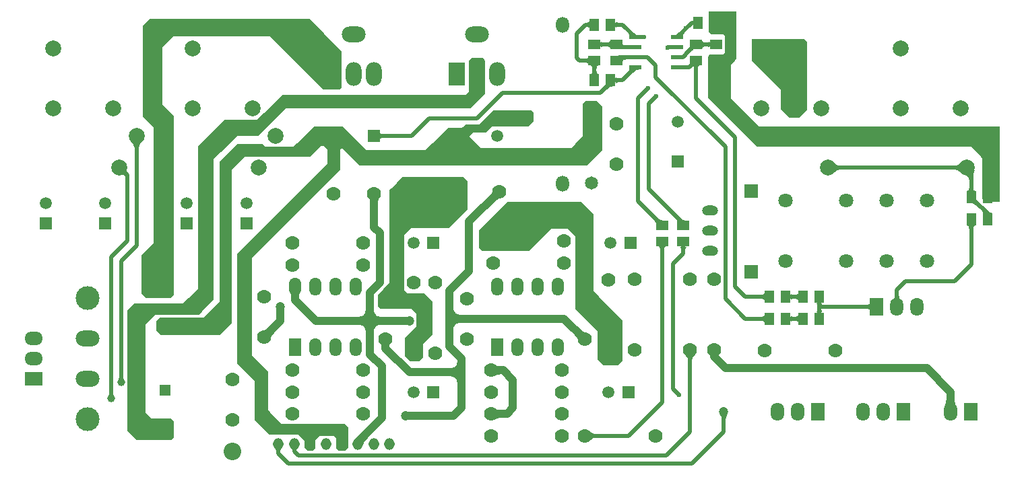
<source format=gtl>
G04 Layer_Physical_Order=1*
G04 Layer_Color=255*
%FSLAX44Y44*%
%MOMM*%
G71*
G01*
G75*
%ADD10R,1.6002X1.2700*%
%ADD11R,1.2700X1.6002*%
%ADD12R,1.5240X0.5080*%
%ADD13C,1.0000*%
%ADD14C,0.5000*%
%ADD15O,1.7000X2.3000*%
%ADD16R,1.7000X2.3000*%
%ADD17O,1.6510X2.2860*%
%ADD18R,1.6510X2.2860*%
%ADD19C,1.7780*%
%ADD20C,2.2098*%
%ADD21R,1.5240X2.2860*%
%ADD22O,1.5240X2.2860*%
%ADD23O,3.0000X2.0000*%
%ADD24R,2.0000X3.0000*%
%ADD25O,2.0000X3.0000*%
%ADD26R,1.5000X1.5000*%
%ADD27C,1.5000*%
%ADD28R,1.5000X1.5000*%
%ADD29R,1.4000X1.4000*%
%ADD30C,1.4000*%
%ADD31C,1.6510*%
%ADD32O,1.6510X2.0320*%
%ADD33O,2.3000X1.7000*%
%ADD34R,2.3000X1.7000*%
%ADD35C,3.0000*%
%ADD36C,2.0000*%
%ADD37O,1.3000X1.5000*%
%ADD38C,1.8000*%
%ADD39O,2.0320X1.2700*%
%ADD40R,1.8000X1.8000*%
%ADD41C,0.6000*%
%ADD42C,1.0000*%
%ADD43C,1.2000*%
G36*
X681051Y-367500D02*
X681001Y-367025D01*
X680850Y-366600D01*
X680598Y-366225D01*
X680246Y-365900D01*
X679793Y-365625D01*
X679240Y-365400D01*
X678586Y-365225D01*
X677831Y-365100D01*
X676976Y-365025D01*
X676021Y-365000D01*
Y-360000D01*
X676976Y-359975D01*
X677831Y-359900D01*
X678586Y-359775D01*
X679240Y-359600D01*
X679793Y-359375D01*
X680246Y-359100D01*
X680598Y-358775D01*
X680850Y-358400D01*
X681001Y-357975D01*
X681051Y-357500D01*
Y-367500D01*
D02*
G37*
G36*
X754685Y-370521D02*
X754260Y-370671D01*
X753885Y-370920D01*
X753560Y-371270D01*
X753285Y-371721D01*
X753060Y-372271D01*
X752885Y-372920D01*
X752760Y-373671D01*
X752685Y-374520D01*
X752660Y-375471D01*
X747660D01*
X747635Y-374520D01*
X747560Y-373671D01*
X747435Y-372920D01*
X747260Y-372271D01*
X747035Y-371721D01*
X746760Y-371270D01*
X746435Y-370920D01*
X746060Y-370671D01*
X745635Y-370521D01*
X745160Y-370471D01*
X755160D01*
X754685Y-370521D01*
D02*
G37*
G36*
X723551Y-367500D02*
X723501Y-367025D01*
X723350Y-366600D01*
X723098Y-366225D01*
X722746Y-365900D01*
X722293Y-365625D01*
X721740Y-365400D01*
X721086Y-365225D01*
X720331Y-365100D01*
X719476Y-365025D01*
X718750Y-365006D01*
X718024Y-365025D01*
X717169Y-365100D01*
X716414Y-365225D01*
X715760Y-365400D01*
X715207Y-365625D01*
X714754Y-365900D01*
X714402Y-366225D01*
X714150Y-366600D01*
X713999Y-367025D01*
X713949Y-367500D01*
Y-357500D01*
X713999Y-357975D01*
X714150Y-358400D01*
X714402Y-358775D01*
X714754Y-359100D01*
X715207Y-359375D01*
X715760Y-359600D01*
X716414Y-359775D01*
X717169Y-359900D01*
X718024Y-359975D01*
X718750Y-359994D01*
X719476Y-359975D01*
X720331Y-359900D01*
X721086Y-359775D01*
X721740Y-359600D01*
X722293Y-359375D01*
X722746Y-359100D01*
X723098Y-358775D01*
X723350Y-358400D01*
X723501Y-357975D01*
X723551Y-357500D01*
Y-367500D01*
D02*
G37*
G36*
X850025Y-360190D02*
X850223Y-362214D01*
X850397Y-363036D01*
X850620Y-363731D01*
X850893Y-364301D01*
X851216Y-364743D01*
X851588Y-365059D01*
X852009Y-365249D01*
X852481Y-365312D01*
X842519D01*
X842991Y-365249D01*
X843412Y-365059D01*
X843784Y-364743D01*
X844107Y-364301D01*
X844380Y-363731D01*
X844603Y-363036D01*
X844777Y-362214D01*
X844901Y-361265D01*
X844975Y-360190D01*
X845000Y-358989D01*
X850000D01*
X850025Y-360190D01*
D02*
G37*
G36*
X723551Y-395000D02*
X723501Y-394525D01*
X723350Y-394100D01*
X723098Y-393725D01*
X722746Y-393400D01*
X722293Y-393125D01*
X721740Y-392900D01*
X721086Y-392725D01*
X720331Y-392600D01*
X719476Y-392525D01*
X718750Y-392506D01*
X718024Y-392525D01*
X717169Y-392600D01*
X716414Y-392725D01*
X715760Y-392900D01*
X715207Y-393125D01*
X714754Y-393400D01*
X714402Y-393725D01*
X714150Y-394100D01*
X713999Y-394525D01*
X713949Y-395000D01*
Y-385000D01*
X713999Y-385475D01*
X714150Y-385900D01*
X714402Y-386275D01*
X714754Y-386600D01*
X715207Y-386875D01*
X715760Y-387100D01*
X716414Y-387275D01*
X717169Y-387400D01*
X718024Y-387475D01*
X718750Y-387494D01*
X719476Y-387475D01*
X720331Y-387400D01*
X721086Y-387275D01*
X721740Y-387100D01*
X722293Y-386875D01*
X722746Y-386600D01*
X723098Y-386275D01*
X723350Y-385900D01*
X723501Y-385475D01*
X723551Y-385000D01*
Y-395000D01*
D02*
G37*
G36*
X681051D02*
X681001Y-394525D01*
X680850Y-394100D01*
X680598Y-393725D01*
X680246Y-393400D01*
X679793Y-393125D01*
X679240Y-392900D01*
X678586Y-392725D01*
X677831Y-392600D01*
X676976Y-392525D01*
X676021Y-392500D01*
Y-387500D01*
X676976Y-387475D01*
X677831Y-387400D01*
X678586Y-387275D01*
X679240Y-387100D01*
X679793Y-386875D01*
X680246Y-386600D01*
X680598Y-386275D01*
X680850Y-385900D01*
X681001Y-385475D01*
X681051Y-385000D01*
Y-395000D01*
D02*
G37*
G36*
X813906Y-380000D02*
X813856Y-379525D01*
X813705Y-379100D01*
X813453Y-378725D01*
X813101Y-378400D01*
X812648Y-378125D01*
X812095Y-377900D01*
X811441Y-377725D01*
X810686Y-377600D01*
X809831Y-377525D01*
X808876Y-377500D01*
Y-372500D01*
X809831Y-372475D01*
X810686Y-372400D01*
X811441Y-372275D01*
X812095Y-372100D01*
X812648Y-371875D01*
X813101Y-371600D01*
X813453Y-371275D01*
X813705Y-370900D01*
X813856Y-370475D01*
X813906Y-370000D01*
Y-380000D01*
D02*
G37*
G36*
X752928Y-376768D02*
X752808Y-379129D01*
X752885Y-379595D01*
X753060Y-380249D01*
X753285Y-380802D01*
X753560Y-381255D01*
X753885Y-381607D01*
X754260Y-381859D01*
X754685Y-382010D01*
X755160Y-382060D01*
X745160D01*
X745635Y-382010D01*
X746060Y-381859D01*
X746435Y-381607D01*
X746760Y-381255D01*
X747035Y-380802D01*
X747260Y-380249D01*
X747435Y-379595D01*
X747560Y-378840D01*
X747635Y-377985D01*
X747660Y-377029D01*
X748513D01*
X747660Y-376000D01*
X750160D01*
X752928Y-376768D01*
D02*
G37*
G36*
X583525Y-299499D02*
X583100Y-299650D01*
X582725Y-299902D01*
X582400Y-300254D01*
X582125Y-300707D01*
X581900Y-301260D01*
X581725Y-301914D01*
X581600Y-302668D01*
X581525Y-303524D01*
X581500Y-304480D01*
X576500D01*
X576475Y-303524D01*
X576400Y-302668D01*
X576275Y-301914D01*
X576100Y-301260D01*
X575875Y-300707D01*
X575600Y-300254D01*
X575275Y-299902D01*
X574900Y-299650D01*
X574475Y-299499D01*
X574000Y-299449D01*
X584000D01*
X583525Y-299499D01*
D02*
G37*
G36*
X960140Y-252734D02*
X962083Y-254431D01*
X962988Y-255120D01*
X963848Y-255704D01*
X964663Y-256181D01*
X965434Y-256552D01*
X966161Y-256817D01*
X966842Y-256976D01*
X967479Y-257029D01*
X954840D01*
X955279Y-256994D01*
X955597Y-256888D01*
X955794Y-256711D01*
X955871Y-256464D01*
X955827Y-256146D01*
X955662Y-255757D01*
X955377Y-255297D01*
X954971Y-254767D01*
X954445Y-254166D01*
X953798Y-253494D01*
X959102Y-251726D01*
X960140Y-252734D01*
D02*
G37*
G36*
X576231Y-263661D02*
X576941Y-264266D01*
X577651Y-264800D01*
X578359Y-265263D01*
X579067Y-265655D01*
X579773Y-265976D01*
X580479Y-266226D01*
X581184Y-266405D01*
X581888Y-266514D01*
X582592Y-266551D01*
X571030Y-266520D01*
X571176Y-266485D01*
X571232Y-266379D01*
X571199Y-266202D01*
X571075Y-265955D01*
X570862Y-265637D01*
X570559Y-265248D01*
X569684Y-264258D01*
X568449Y-262985D01*
X575520D01*
X576231Y-263661D01*
D02*
G37*
G36*
X196391Y-239128D02*
X196183Y-239486D01*
X195999Y-239922D01*
X195840Y-240438D01*
X195706Y-241032D01*
X195596Y-241705D01*
X195449Y-243287D01*
X195400Y-245185D01*
X185400D01*
X185388Y-244197D01*
X185204Y-241705D01*
X185094Y-241032D01*
X184960Y-240438D01*
X184801Y-239922D01*
X184617Y-239486D01*
X184409Y-239128D01*
X184177Y-238849D01*
X196623D01*
X196391Y-239128D01*
D02*
G37*
G36*
X946871Y-237815D02*
X946750Y-238290D01*
X946765Y-238831D01*
X946917Y-239438D01*
X947206Y-240112D01*
X947630Y-240853D01*
X948192Y-241659D01*
X948890Y-242533D01*
X950695Y-244478D01*
X947652Y-248506D01*
X946602Y-247491D01*
X944730Y-245900D01*
X943909Y-245324D01*
X943164Y-244894D01*
X942495Y-244611D01*
X941902Y-244473D01*
X941385Y-244483D01*
X940945Y-244638D01*
X940581Y-244940D01*
X947129Y-237407D01*
X946871Y-237815D01*
D02*
G37*
G36*
X945365Y-273020D02*
X944940Y-273171D01*
X944565Y-273421D01*
X944240Y-273771D01*
X943965Y-274221D01*
X943740Y-274771D01*
X943565Y-275420D01*
X943440Y-276171D01*
X943365Y-277020D01*
X943340Y-277971D01*
X938340D01*
X938315Y-277020D01*
X938240Y-276171D01*
X938115Y-275420D01*
X937940Y-274771D01*
X937715Y-274221D01*
X937440Y-273771D01*
X937115Y-273421D01*
X936740Y-273171D01*
X936315Y-273020D01*
X935840Y-272971D01*
X945840D01*
X945365Y-273020D01*
D02*
G37*
G36*
X557025Y-298999D02*
X556600Y-299150D01*
X556225Y-299402D01*
X555900Y-299754D01*
X555625Y-300207D01*
X555400Y-300760D01*
X555225Y-301414D01*
X555100Y-302169D01*
X555025Y-303024D01*
X555000Y-303979D01*
X550000D01*
X549975Y-303024D01*
X549900Y-302169D01*
X549775Y-301414D01*
X549600Y-300760D01*
X549375Y-300207D01*
X549100Y-299754D01*
X548775Y-299402D01*
X548400Y-299150D01*
X547975Y-298999D01*
X547500Y-298949D01*
X557500D01*
X557025Y-298999D01*
D02*
G37*
G36*
X547135Y-263404D02*
X548878Y-264867D01*
X549668Y-265411D01*
X550402Y-265830D01*
X551082Y-266124D01*
X551707Y-266293D01*
X552276Y-266338D01*
X552791Y-266257D01*
X553251Y-266051D01*
X544560Y-271441D01*
X544914Y-271128D01*
X545110Y-270728D01*
X545148Y-270241D01*
X545028Y-269665D01*
X544750Y-269002D01*
X544315Y-268251D01*
X543721Y-267412D01*
X542970Y-266486D01*
X540994Y-264369D01*
X546180Y-262485D01*
X547135Y-263404D01*
D02*
G37*
G36*
X308000Y-217000D02*
X308000Y-221000D01*
Y-252000D01*
X284000Y-276000D01*
X237000Y-276000D01*
X228000Y-285000D01*
Y-313000D01*
Y-354000D01*
X229000Y-355000D01*
X232000Y-358000D01*
X254000D01*
X258000Y-362000D01*
X264000Y-368000D01*
Y-376000D01*
Y-410000D01*
X252000Y-422000D01*
Y-431000D01*
Y-439000D01*
X250000Y-441000D01*
X247000Y-444000D01*
X236000D01*
X233000Y-441000D01*
X229000Y-437000D01*
Y-434000D01*
Y-415000D01*
X238000Y-406000D01*
X244000Y-400000D01*
Y-400000D01*
Y-384000D01*
X242000Y-382000D01*
X238000Y-378000D01*
X199000D01*
X195000Y-374000D01*
Y-371000D01*
Y-360000D01*
X202000Y-353000D01*
X210000Y-345000D01*
Y-245000D01*
Y-228000D01*
X212000Y-226000D01*
X219000Y-219000D01*
X226000Y-212000D01*
X303000D01*
X308000Y-217000D01*
D02*
G37*
G36*
X290100Y-376900D02*
X290400Y-378600D01*
X290900Y-380100D01*
X291600Y-381400D01*
X292500Y-382500D01*
X293600Y-383400D01*
X294900Y-384100D01*
X296400Y-384600D01*
X298100Y-384900D01*
X300000Y-385000D01*
Y-395000D01*
X298100Y-395100D01*
X296400Y-395400D01*
X294900Y-395900D01*
X293600Y-396600D01*
X292500Y-397500D01*
X291600Y-398600D01*
X290900Y-399900D01*
X290400Y-401400D01*
X290100Y-403100D01*
X290000Y-405000D01*
X280000Y-390000D01*
X290000Y-375000D01*
X290100Y-376900D01*
D02*
G37*
G36*
X344128Y-504009D02*
X344486Y-504217D01*
X344922Y-504401D01*
X345438Y-504560D01*
X346032Y-504694D01*
X346705Y-504804D01*
X348287Y-504951D01*
X350185Y-505000D01*
Y-515000D01*
X349197Y-515012D01*
X346705Y-515196D01*
X346032Y-515306D01*
X345438Y-515440D01*
X344922Y-515599D01*
X344486Y-515783D01*
X344128Y-515991D01*
X343849Y-516223D01*
Y-503777D01*
X344128Y-504009D01*
D02*
G37*
G36*
X633877Y-512132D02*
X633588Y-512509D01*
X633333Y-512914D01*
X633112Y-513348D01*
X632925Y-513810D01*
X632772Y-514302D01*
X632653Y-514822D01*
X632568Y-515371D01*
X632517Y-515948D01*
X632500Y-516554D01*
X627500D01*
X627483Y-515948D01*
X627432Y-515371D01*
X627347Y-514822D01*
X627228Y-514302D01*
X627075Y-513810D01*
X626888Y-513348D01*
X626667Y-512914D01*
X626412Y-512509D01*
X626123Y-512132D01*
X625800Y-511785D01*
X634200D01*
X633877Y-512132D01*
D02*
G37*
G36*
X-137490Y-483208D02*
X-137410Y-484175D01*
X-137340Y-484605D01*
X-137250Y-484999D01*
X-137140Y-485357D01*
X-137010Y-485679D01*
X-136860Y-485965D01*
X-136690Y-486215D01*
X-136500Y-486429D01*
X-143500D01*
X-143310Y-486215D01*
X-143140Y-485965D01*
X-142990Y-485679D01*
X-142860Y-485357D01*
X-142750Y-484999D01*
X-142660Y-484605D01*
X-142590Y-484175D01*
X-142540Y-483710D01*
X-142500Y-482670D01*
X-137500D01*
X-137490Y-483208D01*
D02*
G37*
G36*
X919829Y-489266D02*
X920058Y-492332D01*
X920258Y-493778D01*
X920831Y-496497D01*
X921203Y-497770D01*
X921632Y-498985D01*
X922119Y-500143D01*
X922663Y-501243D01*
X906937D01*
X907481Y-500143D01*
X907968Y-498985D01*
X908397Y-497770D01*
X908770Y-496497D01*
X909342Y-493778D01*
X909542Y-492332D01*
X909771Y-489266D01*
X909800Y-487647D01*
X919800D01*
X919829Y-489266D01*
D02*
G37*
G36*
X183489Y-538583D02*
X182217Y-539895D01*
X180048Y-542390D01*
X179150Y-543573D01*
X178377Y-544713D01*
X177728Y-545810D01*
X177203Y-546864D01*
X176803Y-547875D01*
X176527Y-548843D01*
X176376Y-549768D01*
X167512Y-540494D01*
X167561Y-540430D01*
X167753Y-540225D01*
X174417Y-533512D01*
X183489Y-538583D01*
D02*
G37*
G36*
X74505Y-552656D02*
X74084Y-552864D01*
X73713Y-553209D01*
X73391Y-553693D01*
X73119Y-554315D01*
X72896Y-555075D01*
X72723Y-555974D01*
X72599Y-557011D01*
X72525Y-558186D01*
X72500Y-559499D01*
X67500D01*
X67475Y-558186D01*
X67277Y-555974D01*
X67104Y-555075D01*
X66881Y-554315D01*
X66609Y-553693D01*
X66287Y-553209D01*
X65916Y-552864D01*
X65495Y-552656D01*
X65024Y-552587D01*
X74976D01*
X74505Y-552656D01*
D02*
G37*
G36*
X329000Y-64000D02*
X330000Y-65000D01*
Y-71000D01*
Y-107000D01*
X325000Y-112000D01*
X312000Y-125000D01*
X80000D01*
X59000Y-146000D01*
X45000Y-160000D01*
X18000D01*
X-2000Y-180000D01*
X-11000Y-189000D01*
Y-203000D01*
Y-366000D01*
X-26000Y-381000D01*
X-30000Y-385000D01*
X-85000D01*
X-92000Y-392000D01*
X-97000Y-397000D01*
Y-452000D01*
Y-508000D01*
X-92000Y-513000D01*
X-89000Y-516000D01*
X-65000D01*
X-61000Y-520000D01*
Y-539000D01*
X-65000Y-543000D01*
X-108000D01*
X-118000Y-533000D01*
X-120000Y-531000D01*
Y-478000D01*
Y-470798D01*
X-119895Y-470000D01*
X-120000Y-469202D01*
Y-380000D01*
X-112000Y-372000D01*
X-111000Y-371000D01*
X-50000D01*
X-43000Y-364000D01*
X-31000Y-352000D01*
Y-180000D01*
Y-173000D01*
X1000Y-141000D01*
X2000Y-140000D01*
X43000D01*
X52000Y-131000D01*
X75000Y-108000D01*
X306000D01*
X310000Y-104000D01*
Y-75000D01*
Y-65000D01*
X313000Y-62000D01*
X327000D01*
X329000Y-64000D01*
D02*
G37*
G36*
X462081Y-531984D02*
X462817Y-532617D01*
X463558Y-533176D01*
X464303Y-533660D01*
X465052Y-534069D01*
X465806Y-534404D01*
X466564Y-534665D01*
X467327Y-534851D01*
X468094Y-534963D01*
X468865Y-535000D01*
Y-540000D01*
X468094Y-540037D01*
X467327Y-540149D01*
X466564Y-540335D01*
X465806Y-540596D01*
X465052Y-540931D01*
X464303Y-541340D01*
X463558Y-541824D01*
X462817Y-542383D01*
X462081Y-543016D01*
X461349Y-543723D01*
Y-531277D01*
X462081Y-531984D01*
D02*
G37*
G36*
X305000Y-457500D02*
X295000Y-472500D01*
X294900Y-470600D01*
X294600Y-468900D01*
X294100Y-467400D01*
X293400Y-466100D01*
X292500Y-465000D01*
X291400Y-464100D01*
X290100Y-463400D01*
X288600Y-462900D01*
X286900Y-462600D01*
X285000Y-462500D01*
Y-452500D01*
X286900Y-452400D01*
X288600Y-452100D01*
X290100Y-451600D01*
X291400Y-450900D01*
X292500Y-450000D01*
X293400Y-448900D01*
X294100Y-447600D01*
X294600Y-446100D01*
X294900Y-444400D01*
X295000Y-442500D01*
X305000Y-457500D01*
D02*
G37*
G36*
X450273Y-403985D02*
X452165Y-405617D01*
X452719Y-406015D01*
X453234Y-406340D01*
X453711Y-406592D01*
X454149Y-406771D01*
X454549Y-406877D01*
X454911Y-406911D01*
X446110Y-415711D01*
X446077Y-415349D01*
X445971Y-414949D01*
X445792Y-414511D01*
X445540Y-414034D01*
X445215Y-413519D01*
X444817Y-412965D01*
X443802Y-411742D01*
X442495Y-410366D01*
X449566Y-403295D01*
X450273Y-403985D01*
D02*
G37*
G36*
X593016Y-435981D02*
X592383Y-436717D01*
X591824Y-437458D01*
X591340Y-438203D01*
X590931Y-438952D01*
X590596Y-439706D01*
X590335Y-440465D01*
X590149Y-441227D01*
X590037Y-441994D01*
X590000Y-442765D01*
X585000D01*
X584963Y-441994D01*
X584851Y-441227D01*
X584665Y-440465D01*
X584404Y-439706D01*
X584069Y-438952D01*
X583660Y-438203D01*
X583176Y-437458D01*
X582617Y-436717D01*
X581984Y-435981D01*
X581277Y-435249D01*
X593723D01*
X593016Y-435981D01*
D02*
G37*
G36*
X190100Y-379400D02*
X190400Y-381100D01*
X190900Y-382600D01*
X191600Y-383900D01*
X192500Y-385000D01*
X193600Y-385900D01*
X194900Y-386600D01*
X196400Y-387100D01*
X198100Y-387400D01*
X200000Y-387500D01*
Y-397500D01*
X198100Y-397600D01*
X196400Y-397900D01*
X194900Y-398400D01*
X193600Y-399100D01*
X192500Y-400000D01*
X191600Y-401100D01*
X190900Y-402400D01*
X190400Y-403900D01*
X190100Y-405600D01*
X190000Y-407500D01*
X180000D01*
X179900Y-405600D01*
X179600Y-403900D01*
X179100Y-402400D01*
X178400Y-401100D01*
X177500Y-400000D01*
X176400Y-399100D01*
X175100Y-398400D01*
X173600Y-397900D01*
X171900Y-397600D01*
X170000Y-397500D01*
Y-387500D01*
X171900Y-387400D01*
X173600Y-387100D01*
X175100Y-386600D01*
X176400Y-385900D01*
X177500Y-385000D01*
X178400Y-383900D01*
X179100Y-382600D01*
X179600Y-381100D01*
X179900Y-379400D01*
X180000Y-377500D01*
X190000D01*
X190100Y-379400D01*
D02*
G37*
G36*
X65005Y-407866D02*
X64315Y-408573D01*
X62683Y-410465D01*
X62285Y-411019D01*
X61960Y-411534D01*
X61708Y-412011D01*
X61529Y-412449D01*
X61423Y-412849D01*
X61389Y-413211D01*
X52589Y-404411D01*
X52951Y-404377D01*
X53351Y-404271D01*
X53789Y-404092D01*
X54266Y-403840D01*
X54781Y-403515D01*
X55335Y-403117D01*
X56558Y-402102D01*
X57934Y-400795D01*
X65005Y-407866D01*
D02*
G37*
G36*
X344128Y-449009D02*
X344486Y-449217D01*
X344922Y-449401D01*
X345438Y-449560D01*
X346032Y-449694D01*
X346705Y-449804D01*
X348287Y-449951D01*
X350185Y-450000D01*
Y-460000D01*
X349197Y-460012D01*
X346705Y-460196D01*
X346032Y-460306D01*
X345438Y-460440D01*
X344922Y-460599D01*
X344486Y-460783D01*
X344128Y-460991D01*
X343849Y-461223D01*
Y-448777D01*
X344128Y-449009D01*
D02*
G37*
G36*
X-124990Y-463208D02*
X-124910Y-464175D01*
X-124840Y-464605D01*
X-124750Y-464999D01*
X-124640Y-465357D01*
X-124510Y-465679D01*
X-124360Y-465965D01*
X-124190Y-466215D01*
X-124000Y-466429D01*
X-131000D01*
X-130810Y-466215D01*
X-130640Y-465965D01*
X-130490Y-465679D01*
X-130360Y-465357D01*
X-130250Y-464999D01*
X-130160Y-464605D01*
X-130090Y-464175D01*
X-130040Y-463710D01*
X-130000Y-462670D01*
X-125000D01*
X-124990Y-463208D01*
D02*
G37*
G36*
X623793Y-435258D02*
X623754Y-435526D01*
X623807Y-435850D01*
X623951Y-436230D01*
X624188Y-436665D01*
X624516Y-437156D01*
X624936Y-437702D01*
X626051Y-438962D01*
X626747Y-439676D01*
X618022Y-445093D01*
X612388Y-436173D01*
X623924Y-435046D01*
X623793Y-435258D01*
D02*
G37*
G36*
X459000Y-251000D02*
X466000Y-258000D01*
Y-283000D01*
Y-355000D01*
X473000Y-362000D01*
X503000Y-392000D01*
Y-436000D01*
Y-443000D01*
X498000Y-448000D01*
X497000Y-449000D01*
X479000D01*
X475000Y-445000D01*
X471000Y-441000D01*
Y-421000D01*
Y-406000D01*
X460000Y-395000D01*
X443000Y-378000D01*
Y-317000D01*
Y-286000D01*
X435000Y-278000D01*
X434000Y-277000D01*
X413000D01*
X402000Y-288000D01*
X385000Y-305000D01*
X326000D01*
X322000Y-301000D01*
Y-279000D01*
X326000Y-275000D01*
Y-275000D01*
X345000Y-256000D01*
X358000Y-243000D01*
X451000D01*
X459000Y-251000D01*
D02*
G37*
G36*
X583727Y-59649D02*
X582757Y-60609D01*
X579084Y-63855D01*
X578829Y-63976D01*
X578676Y-63978D01*
X578624Y-63860D01*
X574330Y-58871D01*
X574647Y-59144D01*
X575024Y-59294D01*
X575461Y-59323D01*
X575957Y-59230D01*
X576513Y-59015D01*
X577129Y-58679D01*
X577805Y-58220D01*
X578541Y-57640D01*
X579336Y-56937D01*
X580191Y-56113D01*
X583727Y-59649D01*
D02*
G37*
G36*
X531554Y-58850D02*
Y-63850D01*
X526554Y-63860D01*
Y-58840D01*
X531554Y-58850D01*
D02*
G37*
G36*
X563446Y-51160D02*
X559350Y-51150D01*
Y-46150D01*
X563446Y-46140D01*
Y-51160D01*
D02*
G37*
G36*
X503021Y-44125D02*
X503171Y-44550D01*
X503420Y-44925D01*
X503770Y-45250D01*
X504221Y-45525D01*
X504771Y-45750D01*
X505420Y-45925D01*
X506171Y-46050D01*
X507020Y-46125D01*
X507863Y-46147D01*
X511376Y-46140D01*
Y-51160D01*
X507172Y-51151D01*
X502971Y-51160D01*
Y-43650D01*
X503021Y-44125D01*
D02*
G37*
G36*
X593821Y-71449D02*
X600000D01*
X599525Y-71499D01*
X599100Y-71650D01*
X598725Y-71902D01*
X598400Y-72254D01*
X598125Y-72707D01*
X597900Y-73260D01*
X597725Y-73914D01*
X597600Y-74668D01*
X597525Y-75524D01*
X597500Y-76480D01*
X592500D01*
X592475Y-75524D01*
X592400Y-74668D01*
X592275Y-73914D01*
X592100Y-73260D01*
X591875Y-72707D01*
X591653Y-72342D01*
X591471Y-72477D01*
X590198Y-73561D01*
X588680Y-75015D01*
X584342Y-72282D01*
X585046Y-71563D01*
X586582Y-69791D01*
X586902Y-69329D01*
X587125Y-68932D01*
X587253Y-68600D01*
X587285Y-68332D01*
X587220Y-68128D01*
X587060Y-67990D01*
X593821Y-71449D01*
D02*
G37*
G36*
X472025Y-71499D02*
X471600Y-71650D01*
X471225Y-71902D01*
X470900Y-72254D01*
X470625Y-72707D01*
X470400Y-73260D01*
X470225Y-73914D01*
X470100Y-74668D01*
X470025Y-75524D01*
X470000Y-76480D01*
X465000D01*
X464975Y-75524D01*
X464900Y-74668D01*
X464775Y-73914D01*
X464600Y-73260D01*
X464375Y-72707D01*
X464100Y-72254D01*
X463775Y-71902D01*
X463400Y-71650D01*
X462975Y-71499D01*
X462500Y-71449D01*
X472500D01*
X472025Y-71499D01*
D02*
G37*
G36*
X507174Y-58849D02*
X511376Y-58840D01*
Y-63860D01*
X507863Y-63853D01*
X507020Y-63875D01*
X506171Y-63950D01*
X505420Y-64075D01*
X504771Y-64250D01*
X504221Y-64475D01*
X503770Y-64750D01*
X503420Y-65075D01*
X503171Y-65450D01*
X503021Y-65875D01*
X502971Y-66350D01*
Y-58840D01*
X507174Y-58849D01*
D02*
G37*
G36*
X459560Y-70160D02*
X459510Y-69685D01*
X459359Y-69260D01*
X459107Y-68885D01*
X458755Y-68560D01*
X458302Y-68285D01*
X457749Y-68060D01*
X457095Y-67885D01*
X456340Y-67760D01*
X455485Y-67685D01*
X454529Y-67660D01*
Y-62660D01*
X455485Y-62635D01*
X456340Y-62560D01*
X457095Y-62435D01*
X457749Y-62260D01*
X458302Y-62035D01*
X458755Y-61760D01*
X459107Y-61435D01*
X459359Y-61060D01*
X459510Y-60635D01*
X459560Y-60160D01*
Y-70160D01*
D02*
G37*
G36*
X594593Y-51129D02*
X594185Y-50871D01*
X593710Y-50750D01*
X593169Y-50765D01*
X592561Y-50917D01*
X591888Y-51206D01*
X591147Y-51630D01*
X590341Y-52192D01*
X589467Y-52890D01*
X587522Y-54695D01*
X583494Y-51652D01*
X584509Y-50602D01*
X586100Y-48730D01*
X586676Y-47909D01*
X587106Y-47164D01*
X587389Y-46495D01*
X587527Y-45902D01*
X587517Y-45385D01*
X587362Y-44945D01*
X587060Y-44581D01*
X594593Y-51129D01*
D02*
G37*
G36*
X580237Y-30299D02*
X579600Y-31059D01*
X579341Y-31426D01*
X579122Y-31784D01*
X578943Y-32133D01*
X578804Y-32474D01*
X578704Y-32805D01*
X578644Y-33127D01*
X578624Y-33440D01*
X566474Y-33471D01*
X567177Y-33434D01*
X567881Y-33326D01*
X568586Y-33146D01*
X569291Y-32896D01*
X569998Y-32575D01*
X570706Y-32183D01*
X571414Y-31720D01*
X572123Y-31186D01*
X572834Y-30581D01*
X573545Y-29905D01*
X580616D01*
X580237Y-30299D01*
D02*
G37*
G36*
X517166Y-30581D02*
X517877Y-31186D01*
X518586Y-31720D01*
X519294Y-32183D01*
X520002Y-32575D01*
X520709Y-32896D01*
X521414Y-33146D01*
X522119Y-33326D01*
X522823Y-33434D01*
X523526Y-33471D01*
X511376Y-33440D01*
X511356Y-33127D01*
X511296Y-32805D01*
X511196Y-32474D01*
X511057Y-32133D01*
X510878Y-31784D01*
X510659Y-31426D01*
X510400Y-31059D01*
X510101Y-30684D01*
X509384Y-29905D01*
X516455D01*
X517166Y-30581D01*
D02*
G37*
G36*
X493999Y-15475D02*
X494150Y-15900D01*
X494402Y-16275D01*
X494754Y-16600D01*
X495207Y-16875D01*
X495760Y-17100D01*
X496414Y-17275D01*
X497169Y-17400D01*
X498024Y-17475D01*
X498979Y-17500D01*
Y-22500D01*
X498024Y-22525D01*
X497169Y-22600D01*
X496414Y-22725D01*
X495760Y-22900D01*
X495207Y-23125D01*
X494754Y-23400D01*
X494402Y-23725D01*
X494150Y-24100D01*
X493999Y-24525D01*
X493949Y-25000D01*
Y-15000D01*
X493999Y-15475D01*
D02*
G37*
G36*
X461051Y-25000D02*
X461001Y-24525D01*
X460850Y-24100D01*
X460598Y-23725D01*
X460246Y-23400D01*
X459793Y-23125D01*
X459240Y-22900D01*
X458586Y-22725D01*
X457831Y-22600D01*
X456976Y-22525D01*
X456021Y-22500D01*
Y-17500D01*
X456976Y-17475D01*
X457831Y-17400D01*
X458586Y-17275D01*
X459240Y-17100D01*
X459793Y-16875D01*
X460246Y-16600D01*
X460598Y-16275D01*
X460850Y-15900D01*
X461001Y-15475D01*
X461051Y-15000D01*
Y-25000D01*
D02*
G37*
G36*
X487060Y-49840D02*
X487010Y-49365D01*
X486859Y-48940D01*
X486607Y-48565D01*
X486255Y-48240D01*
X485802Y-47965D01*
X485249Y-47740D01*
X484595Y-47565D01*
X483840Y-47440D01*
X482985Y-47365D01*
X482029Y-47340D01*
Y-42340D01*
X482985Y-42315D01*
X483840Y-42240D01*
X484595Y-42115D01*
X485249Y-41940D01*
X485802Y-41715D01*
X486255Y-41440D01*
X486607Y-41115D01*
X486859Y-40740D01*
X487010Y-40315D01*
X487060Y-39840D01*
Y-49840D01*
D02*
G37*
G36*
X475521Y-40315D02*
X475671Y-40740D01*
X475920Y-41115D01*
X476270Y-41440D01*
X476721Y-41715D01*
X477271Y-41940D01*
X477920Y-42115D01*
X478671Y-42240D01*
X479520Y-42315D01*
X480471Y-42340D01*
Y-47340D01*
X479520Y-47365D01*
X478671Y-47440D01*
X477920Y-47565D01*
X477271Y-47740D01*
X476721Y-47965D01*
X476270Y-48240D01*
X475920Y-48565D01*
X475671Y-48940D01*
X475521Y-49365D01*
X475471Y-49840D01*
Y-39840D01*
X475521Y-40315D01*
D02*
G37*
G36*
X529950Y-33450D02*
Y-38450D01*
X526554Y-38459D01*
Y-33440D01*
X529950Y-33450D01*
D02*
G37*
G36*
X612060Y-49840D02*
X612010Y-49365D01*
X611859Y-48940D01*
X611607Y-48565D01*
X611255Y-48240D01*
X610802Y-47965D01*
X610249Y-47740D01*
X609595Y-47565D01*
X608840Y-47440D01*
X607985Y-47365D01*
X607501Y-47352D01*
X607020Y-47365D01*
X606171Y-47440D01*
X605420Y-47565D01*
X604771Y-47740D01*
X604221Y-47965D01*
X603770Y-48240D01*
X603420Y-48565D01*
X603171Y-48940D01*
X603021Y-49365D01*
X602971Y-49840D01*
Y-39840D01*
X603021Y-40315D01*
X603171Y-40740D01*
X603420Y-41115D01*
X603770Y-41440D01*
X604221Y-41715D01*
X604771Y-41940D01*
X605420Y-42115D01*
X606171Y-42240D01*
X607020Y-42315D01*
X607501Y-42328D01*
X607985Y-42315D01*
X608840Y-42240D01*
X609595Y-42115D01*
X610249Y-41940D01*
X610802Y-41715D01*
X611255Y-41440D01*
X611607Y-41115D01*
X611859Y-40740D01*
X612010Y-40315D01*
X612060Y-39840D01*
Y-49840D01*
D02*
G37*
G36*
X928359Y-207000D02*
X927479Y-206145D01*
X925737Y-204705D01*
X924875Y-204120D01*
X924018Y-203625D01*
X923167Y-203220D01*
X922321Y-202905D01*
X921481Y-202680D01*
X920646Y-202545D01*
X919818Y-202500D01*
Y-197500D01*
X920646Y-197455D01*
X921481Y-197320D01*
X922321Y-197095D01*
X923167Y-196780D01*
X924018Y-196375D01*
X924875Y-195880D01*
X925737Y-195295D01*
X926606Y-194620D01*
X927479Y-193855D01*
X928359Y-193000D01*
Y-207000D01*
D02*
G37*
G36*
X768521Y-193855D02*
X770263Y-195295D01*
X771125Y-195880D01*
X771982Y-196375D01*
X772833Y-196780D01*
X773679Y-197095D01*
X774519Y-197320D01*
X775354Y-197455D01*
X776182Y-197500D01*
Y-202500D01*
X775354Y-202545D01*
X774519Y-202680D01*
X773679Y-202905D01*
X772833Y-203220D01*
X771982Y-203625D01*
X771125Y-204120D01*
X770263Y-204705D01*
X769395Y-205380D01*
X768521Y-206145D01*
X767641Y-207000D01*
Y-193000D01*
X768521Y-193855D01*
D02*
G37*
G36*
X471000Y-117000D02*
X477000Y-123000D01*
Y-134000D01*
Y-178000D01*
X471000Y-184000D01*
X458000Y-197000D01*
X172000D01*
X163000Y-188000D01*
X151000Y-176000D01*
X149000D01*
X148000Y-177000D01*
Y-203000D01*
X56000Y-295000D01*
X37000Y-314000D01*
Y-399000D01*
Y-436000D01*
X57000Y-456000D01*
Y-487000D01*
Y-505000D01*
X60000Y-508000D01*
X74000Y-522000D01*
X153000D01*
X158000Y-527000D01*
Y-543000D01*
Y-552000D01*
X154000Y-556000D01*
X146000D01*
X143000Y-553000D01*
Y-541000D01*
X140000Y-538000D01*
X133102D01*
X132360Y-537693D01*
X130000Y-537382D01*
X127640Y-537693D01*
X126898Y-538000D01*
X122000D01*
X117000Y-543000D01*
Y-553000D01*
X114000Y-556000D01*
X107000D01*
X103000Y-552000D01*
Y-544000D01*
X95000Y-536000D01*
X59000D01*
X57000Y-534000D01*
X40000Y-517000D01*
Y-500000D01*
Y-468000D01*
X22000Y-450000D01*
X18000Y-446000D01*
Y-356000D01*
Y-309000D01*
X127000Y-200000D01*
X132000Y-195000D01*
Y-184000D01*
Y-177000D01*
X128000Y-173000D01*
X123000D01*
X120000Y-176000D01*
X110000Y-186000D01*
X28000D01*
X23000Y-191000D01*
X12000Y-202000D01*
Y-367000D01*
Y-395000D01*
X7000Y-400000D01*
X-4000Y-411000D01*
X-77000D01*
X-81000Y-407000D01*
X-83000Y-405000D01*
Y-393000D01*
X-79000Y-389000D01*
X-24000D01*
X-22000Y-387000D01*
X-4000Y-369000D01*
Y-227000D01*
Y-193000D01*
X1000Y-188000D01*
X19000Y-170000D01*
X50000D01*
X51000Y-171000D01*
X54000Y-174000D01*
X89000D01*
X94000Y-169000D01*
X115000Y-148000D01*
X151000D01*
X154000Y-151000D01*
X181000Y-178000D01*
X255000D01*
X264000Y-169000D01*
X283000Y-150000D01*
X301000D01*
X305000Y-146000D01*
X322000D01*
X329000Y-139000D01*
X340000Y-128000D01*
X388000D01*
X391000Y-131000D01*
Y-141000D01*
X384000Y-148000D01*
X339000D01*
X331000Y-156000D01*
X315000D01*
X310500Y-160500D01*
X325000Y-175000D01*
X438000D01*
X443000Y-170000D01*
X453000Y-160000D01*
Y-128000D01*
Y-119000D01*
X454000Y-118000D01*
X456000Y-116000D01*
X470000D01*
X471000Y-117000D01*
D02*
G37*
G36*
X-101855Y-168021D02*
X-103295Y-169763D01*
X-103880Y-170625D01*
X-104375Y-171482D01*
X-104780Y-172333D01*
X-105095Y-173179D01*
X-105320Y-174019D01*
X-105455Y-174854D01*
X-105500Y-175683D01*
X-110500D01*
X-110545Y-174854D01*
X-110680Y-174019D01*
X-110905Y-173179D01*
X-111220Y-172333D01*
X-111625Y-171482D01*
X-112120Y-170625D01*
X-112705Y-169763D01*
X-113380Y-168895D01*
X-114145Y-168021D01*
X-115000Y-167141D01*
X-101000D01*
X-101855Y-168021D01*
D02*
G37*
G36*
X-120276Y-203961D02*
X-120302Y-204298D01*
X-120264Y-204656D01*
X-120163Y-205034D01*
X-119999Y-205433D01*
X-119772Y-205852D01*
X-119481Y-206291D01*
X-119128Y-206751D01*
X-118712Y-207231D01*
X-118232Y-207732D01*
X-121768Y-211268D01*
X-122269Y-210788D01*
X-123209Y-210019D01*
X-123648Y-209728D01*
X-124067Y-209501D01*
X-124466Y-209337D01*
X-124844Y-209236D01*
X-125202Y-209198D01*
X-125539Y-209224D01*
X-125855Y-209312D01*
X-120188Y-203645D01*
X-120276Y-203961D01*
D02*
G37*
G36*
X347811Y-238890D02*
X347449Y-238923D01*
X347049Y-239029D01*
X346611Y-239208D01*
X346134Y-239460D01*
X345619Y-239785D01*
X345065Y-240183D01*
X343842Y-241198D01*
X342466Y-242505D01*
X335395Y-235434D01*
X336085Y-234727D01*
X337717Y-232835D01*
X338115Y-232281D01*
X338440Y-231766D01*
X338692Y-231289D01*
X338871Y-230851D01*
X338977Y-230451D01*
X339010Y-230089D01*
X347811Y-238890D01*
D02*
G37*
G36*
X646000Y-63000D02*
X644000Y-65000D01*
X639000Y-70000D01*
Y-78000D01*
Y-113000D01*
X674000Y-148000D01*
X976900D01*
Y-243000D01*
X959000D01*
X955000Y-239000D01*
Y-237000D01*
Y-188000D01*
X953000Y-186000D01*
X941000Y-174000D01*
X672000D01*
X622000Y-124000D01*
X610000Y-112000D01*
Y-108000D01*
Y-60000D01*
X611000Y-59000D01*
X612000Y-58000D01*
X629000D01*
X630000Y-57000D01*
X631000Y-56000D01*
Y-54000D01*
Y-34000D01*
X629000Y-32000D01*
X614000D01*
X612000Y-30000D01*
X611000Y-29000D01*
Y-28000D01*
Y-3100D01*
X646000D01*
Y-63000D01*
D02*
G37*
G36*
X944747Y-204012D02*
X943618Y-209011D01*
X943496Y-209877D01*
X943357Y-211475D01*
X943340Y-212208D01*
X938340Y-215588D01*
X938291Y-214676D01*
X938142Y-213836D01*
X937895Y-213071D01*
X937549Y-212379D01*
X937104Y-211761D01*
X936560Y-211217D01*
X935917Y-210746D01*
X935175Y-210349D01*
X934335Y-210026D01*
X933395Y-209776D01*
X945077Y-202878D01*
X944747Y-204012D01*
D02*
G37*
G36*
X943365Y-224985D02*
X943440Y-225840D01*
X943565Y-226595D01*
X943740Y-227249D01*
X943965Y-227802D01*
X944240Y-228255D01*
X944565Y-228607D01*
X944940Y-228859D01*
X945365Y-229010D01*
X945840Y-229060D01*
X935840D01*
X936315Y-229010D01*
X936740Y-228859D01*
X937115Y-228607D01*
X937440Y-228255D01*
X937715Y-227802D01*
X937940Y-227249D01*
X938115Y-226595D01*
X938240Y-225840D01*
X938315Y-224985D01*
X938340Y-224030D01*
X943340D01*
X943365Y-224985D01*
D02*
G37*
G36*
X470025Y-77979D02*
X470100Y-78829D01*
X470225Y-79580D01*
X470400Y-80230D01*
X470625Y-80779D01*
X470900Y-81229D01*
X471225Y-81580D01*
X471600Y-81830D01*
X472025Y-81980D01*
X472500Y-82029D01*
X462500D01*
X462975Y-81980D01*
X463400Y-81830D01*
X463775Y-81580D01*
X464100Y-81229D01*
X464375Y-80779D01*
X464600Y-80230D01*
X464775Y-79580D01*
X464900Y-78829D01*
X464975Y-77979D01*
X465000Y-77030D01*
X470000D01*
X470025Y-77979D01*
D02*
G37*
G36*
X493999Y-85475D02*
X494150Y-85900D01*
X494402Y-86275D01*
X494754Y-86600D01*
X495207Y-86875D01*
X495760Y-87100D01*
X496414Y-87275D01*
X497169Y-87400D01*
X498024Y-87475D01*
X498979Y-87500D01*
Y-92500D01*
X498024Y-92525D01*
X497169Y-92600D01*
X496414Y-92725D01*
X495760Y-92900D01*
X495207Y-93125D01*
X494754Y-93400D01*
X494402Y-93725D01*
X494150Y-94100D01*
X493999Y-94525D01*
X493949Y-95000D01*
Y-85000D01*
X493999Y-85475D01*
D02*
G37*
G36*
X583624Y-71550D02*
Y-76550D01*
X578624Y-76560D01*
Y-71540D01*
X583624Y-71550D01*
D02*
G37*
G36*
X522823Y-76566D02*
X522119Y-76674D01*
X521414Y-76854D01*
X520709Y-77104D01*
X520002Y-77425D01*
X519294Y-77817D01*
X518586Y-78280D01*
X517877Y-78814D01*
X517166Y-79419D01*
X516455Y-80095D01*
X509384D01*
X509763Y-79701D01*
X510400Y-78941D01*
X510659Y-78574D01*
X510878Y-78216D01*
X511057Y-77867D01*
X511196Y-77526D01*
X511296Y-77195D01*
X511356Y-76873D01*
X511376Y-76560D01*
X523526Y-76529D01*
X522823Y-76566D01*
D02*
G37*
G36*
X197489Y-155475D02*
X197640Y-155900D01*
X197892Y-156275D01*
X198244Y-156600D01*
X198697Y-156875D01*
X199250Y-157100D01*
X199904Y-157275D01*
X200658Y-157400D01*
X201514Y-157475D01*
X202470Y-157500D01*
Y-162500D01*
X201514Y-162525D01*
X200658Y-162600D01*
X199904Y-162725D01*
X199250Y-162900D01*
X198697Y-163125D01*
X198244Y-163400D01*
X197892Y-163725D01*
X197640Y-164100D01*
X197489Y-164525D01*
X197439Y-165000D01*
Y-155000D01*
X197489Y-155475D01*
D02*
G37*
G36*
X735000Y-42000D02*
Y-110000D01*
Y-127000D01*
X728000Y-134000D01*
X725000Y-137000D01*
X712000D01*
X708000Y-133000D01*
X702000Y-127000D01*
Y-119000D01*
Y-102000D01*
X669000Y-69000D01*
X665000Y-65000D01*
Y-38000D01*
X731000D01*
X735000Y-42000D01*
D02*
G37*
G36*
X490101Y-97940D02*
X489639Y-97736D01*
X489122Y-97656D01*
X488551Y-97702D01*
X487926Y-97871D01*
X487246Y-98166D01*
X486512Y-98584D01*
X485723Y-99128D01*
X484880Y-99796D01*
X483982Y-100589D01*
X483030Y-101506D01*
X477805Y-99660D01*
X478874Y-98556D01*
X480536Y-96613D01*
X481130Y-95773D01*
X481566Y-95022D01*
X481843Y-94359D01*
X481963Y-93784D01*
X481924Y-93298D01*
X481726Y-92899D01*
X481371Y-92589D01*
X490101Y-97940D01*
D02*
G37*
G36*
X128000Y-31000D02*
X150000Y-53000D01*
Y-85000D01*
Y-99000D01*
X147000Y-102000D01*
X127000D01*
X120000Y-95000D01*
X60000Y-35000D01*
X-62000D01*
X-73000Y-46000D01*
X-76000Y-49000D01*
Y-69000D01*
Y-120000D01*
X-66000Y-130000D01*
X-61000Y-135000D01*
Y-191000D01*
Y-360000D01*
X-65000Y-364000D01*
X-96000D01*
X-102000Y-358000D01*
Y-322000D01*
Y-310000D01*
X-95000Y-303000D01*
X-87000Y-295000D01*
Y-154000D01*
Y-149000D01*
X-100000Y-136000D01*
Y-114000D01*
Y-21000D01*
X-93000Y-14000D01*
X-92000Y-13000D01*
X110000D01*
X128000Y-31000D01*
D02*
G37*
%LPC*%
G36*
X593582Y-71389D02*
X593282Y-71421D01*
X593202Y-71449D01*
X593821D01*
X593582Y-71389D01*
D02*
G37*
%LPD*%
D10*
X579000Y-272840D02*
D03*
Y-293160D02*
D03*
X552500Y-272340D02*
D03*
Y-292660D02*
D03*
X595000Y-44840D02*
D03*
Y-65160D02*
D03*
X620000Y-44840D02*
D03*
Y-65160D02*
D03*
X495000Y-44840D02*
D03*
Y-65160D02*
D03*
X467500Y-44840D02*
D03*
Y-65160D02*
D03*
D11*
X961160Y-265000D02*
D03*
X940840D02*
D03*
X750160Y-390000D02*
D03*
X729840D02*
D03*
X961160Y-237000D02*
D03*
X940840D02*
D03*
X467340Y-90000D02*
D03*
X487660D02*
D03*
X707660Y-362500D02*
D03*
X687340D02*
D03*
X617660Y-17500D02*
D03*
X597340D02*
D03*
X707660Y-390000D02*
D03*
X687340D02*
D03*
X750160Y-362500D02*
D03*
X729840D02*
D03*
X487660Y-20000D02*
D03*
X467340D02*
D03*
D12*
X518965Y-74050D02*
D03*
Y-61350D02*
D03*
Y-48650D02*
D03*
Y-35950D02*
D03*
X571035D02*
D03*
Y-48650D02*
D03*
Y-61350D02*
D03*
Y-74050D02*
D03*
D13*
X197500Y-345000D02*
Y-282000D01*
X190400Y-274900D02*
Y-232500D01*
Y-274900D02*
X197500Y-282000D01*
X185000Y-357500D02*
X197500Y-345000D01*
X70000Y-530000D02*
X107500D01*
X50000Y-510000D02*
X70000Y-530000D01*
X50000Y-510000D02*
Y-465000D01*
X107500Y-530000D02*
X142500D01*
X107500D02*
X110000Y-532500D01*
Y-547500D02*
Y-532500D01*
X142500Y-530000D02*
X150000Y-537500D01*
Y-547500D02*
Y-537500D01*
X200000Y-515000D02*
Y-450000D01*
X185000Y-435000D02*
X200000Y-450000D01*
X185000Y-435000D02*
Y-392500D01*
X170000Y-545000D02*
X200000Y-515000D01*
X170000Y-547500D02*
Y-545000D01*
X310000Y-267900D02*
X347900Y-230000D01*
X230000Y-512500D02*
X290000D01*
X300000Y-502500D01*
X205000Y-427500D02*
Y-415400D01*
Y-427500D02*
X235000Y-457500D01*
X300000D01*
Y-502500D02*
Y-457500D01*
X-72500Y-347500D02*
Y-145000D01*
X47805Y-177500D02*
X50305Y-180000D01*
X20000Y-177500D02*
X47805D01*
X52500Y-413300D02*
X72500Y-393300D01*
Y-375000D01*
X285000Y-425000D02*
Y-390000D01*
Y-425000D02*
X300000Y-440000D01*
Y-457500D02*
Y-440000D01*
X337500Y-455000D02*
X352500D01*
X365000Y-467500D01*
X337500Y-510000D02*
X357500D01*
X365000Y-502500D01*
Y-467500D01*
X429200Y-390000D02*
X455000Y-415800D01*
X285000Y-390000D02*
X429200D01*
X455000Y-367500D02*
Y-365000D01*
Y-367500D02*
X485000Y-397500D01*
Y-430000D02*
Y-397500D01*
X717500Y-122500D02*
Y-50000D01*
X617500Y-437500D02*
Y-428900D01*
Y-437500D02*
X632500Y-452500D01*
X885000D01*
X914800Y-482300D01*
Y-507500D02*
Y-482300D01*
X220000Y-252500D02*
X242500Y-230000D01*
X297100D01*
X220000Y-320000D02*
Y-252500D01*
X50305Y-180000D02*
X97500D01*
X117500Y-160000D01*
X140000D01*
X91300Y-366300D02*
Y-350000D01*
Y-366300D02*
X117500Y-392500D01*
X185000D01*
X217900Y-364600D02*
X220000Y-362500D01*
Y-320000D01*
X205000Y-364600D02*
X217900D01*
X240000Y-433900D02*
Y-417500D01*
X140000Y-197500D02*
Y-160000D01*
X150000D01*
X177500Y-187500D01*
X267500D01*
X295000Y-160000D01*
X317500Y-182500D01*
X-72500Y-397500D02*
X-22500D01*
X27500Y-442500D02*
X50000Y-465000D01*
X27500Y-442500D02*
Y-310000D01*
X140000Y-197500D01*
X-22500Y-397500D02*
X2500Y-372500D01*
Y-195000D01*
X20000Y-177500D01*
X-20000Y-180000D02*
X12500Y-147500D01*
X45000D01*
X185000Y-392500D02*
X235000D01*
X217900Y-364600D02*
X239600D01*
X240000Y-417500D02*
X255000Y-402500D01*
Y-380000D01*
X239600Y-364600D02*
X255000Y-380000D01*
X442500Y-255000D02*
X455000Y-267500D01*
Y-365000D02*
Y-267500D01*
X340000Y-292500D02*
X367500D01*
X405000Y-255000D01*
X442500D01*
X-87500Y-130000D02*
X-72500Y-145000D01*
X-87500Y-130000D02*
Y-40000D01*
X-72500Y-25000D01*
X285000Y-390000D02*
Y-355000D01*
X310000Y-330000D01*
Y-267900D01*
X185000Y-392500D02*
Y-357500D01*
X45000Y-147500D02*
X75000Y-117500D01*
X463770Y-167230D02*
Y-124240D01*
X317500Y-182500D02*
X448500D01*
X463770Y-167230D01*
X-72500Y-25000D02*
X98000D01*
X139600Y-66600D01*
Y-82500D02*
Y-66600D01*
X-110000Y-395000D02*
X-92000Y-377000D01*
X-42000D01*
X-20000Y-355000D01*
Y-180000D01*
X75000Y-117500D02*
X307500D01*
X320000Y-105000D01*
Y-82500D01*
X-110000Y-519000D02*
Y-395000D01*
Y-519000D02*
X-99000Y-530000D01*
X-72500D01*
D14*
X-108000Y-298000D02*
Y-160000D01*
X-127500Y-317500D02*
X-108000Y-298000D01*
X-127500Y-470000D02*
Y-317500D01*
X-140000Y-490000D02*
Y-312500D01*
X-120000Y-292500D01*
Y-209500D01*
X-129500Y-200000D02*
X-120000Y-209500D01*
X590000Y-572500D02*
X630000Y-532500D01*
Y-507500D01*
X557500Y-562500D02*
X587500Y-532500D01*
Y-428900D01*
X70000Y-560000D02*
Y-547500D01*
Y-560000D02*
X82500Y-572500D01*
X590000D01*
X90000Y-557500D02*
Y-547500D01*
Y-557500D02*
X95000Y-562500D01*
X557500D01*
X498810Y-48650D02*
X518965D01*
X495000Y-44840D02*
X498810Y-48650D01*
X467500Y-44840D02*
X495000D01*
X498810Y-61350D02*
X518965D01*
X495000Y-65160D02*
X498810Y-61350D01*
X503015Y-20000D02*
X518965Y-35950D01*
X487660Y-20000D02*
X503015D01*
X571035Y-74050D02*
X586110D01*
X595000Y-65160D01*
X581959Y-57881D02*
Y-56722D01*
X578490Y-61350D02*
X581959Y-57881D01*
X571035Y-61350D02*
X578490D01*
X593841Y-44840D02*
X595000D01*
X620000D01*
X581959Y-56722D02*
X593841Y-44840D01*
X559350Y-48650D02*
X571035D01*
X559000Y-49000D02*
X559350Y-48650D01*
X518965Y-35950D02*
X529950D01*
X530000Y-36000D01*
X577500Y-272340D02*
Y-268500D01*
X518965Y-61350D02*
X534350D01*
X544000Y-71000D01*
X632000Y-365000D02*
X657000Y-390000D01*
X687340D01*
X595000Y-113000D02*
Y-65160D01*
Y-113000D02*
X644000Y-162000D01*
Y-350000D02*
Y-162000D01*
X656500Y-362500D02*
X687340D01*
X644000Y-350000D02*
X656500Y-362500D01*
X707660D02*
X729840D01*
X707660Y-390000D02*
X729840D01*
X751160Y-375000D02*
X822100D01*
X750160Y-376000D02*
X751160Y-375000D01*
X750160Y-390000D02*
Y-376000D01*
Y-362500D01*
X940840Y-237000D02*
Y-205340D01*
X935500Y-200000D02*
X940840Y-205340D01*
X961160Y-265000D02*
Y-257320D01*
X953881Y-250041D02*
X961160Y-257320D01*
X952722Y-250041D02*
X953881D01*
X940840Y-238159D02*
X952722Y-250041D01*
X940840Y-238159D02*
Y-237000D01*
X961160D02*
Y-164160D01*
X957000Y-160000D02*
X961160Y-164160D01*
X940840Y-322160D02*
Y-265000D01*
X920000Y-343000D02*
X940840Y-322160D01*
X858000Y-343000D02*
X920000D01*
X847000Y-354000D02*
X858000Y-343000D01*
X847000Y-354000D02*
X847500Y-354500D01*
Y-375000D02*
Y-354500D01*
X760500Y-200000D02*
X935500D01*
X782000Y-160000D02*
X957000D01*
X552500Y-495500D02*
Y-292660D01*
X510500Y-537500D02*
X552500Y-495500D01*
X455000Y-537500D02*
X510500D01*
X579000Y-308000D02*
Y-293160D01*
X566000Y-321000D02*
X579000Y-308000D01*
X566000Y-478000D02*
Y-321000D01*
Y-478000D02*
X574000Y-486000D01*
X544000Y-86000D02*
Y-71000D01*
Y-86000D02*
X632000Y-174000D01*
Y-365000D02*
Y-174000D01*
X536000Y-119000D02*
X545000Y-110000D01*
X536000Y-227000D02*
Y-119000D01*
Y-227000D02*
X577500Y-268500D01*
X522000Y-241840D02*
X552500Y-272340D01*
X522000Y-241840D02*
Y-113000D01*
X535000Y-100000D01*
X589485Y-17500D02*
X597340D01*
X487660Y-90000D02*
X503015D01*
X518965Y-74050D01*
X671000Y-160000D02*
X782000D01*
X620000Y-109000D02*
X671000Y-160000D01*
X617660Y-17500D02*
X628500D01*
X639000Y-58000D02*
Y-28000D01*
X631840Y-65160D02*
X639000Y-58000D01*
X620000Y-65160D02*
X631840D01*
X620000Y-109000D02*
Y-78000D01*
Y-65160D01*
X445000Y-62000D02*
X448160Y-65160D01*
X467500D01*
X467340Y-90000D02*
X467500Y-89840D01*
X445000Y-62000D02*
Y-31000D01*
X456000Y-20000D01*
X467340D01*
X467500Y-89840D02*
Y-65160D01*
X238000Y-160000D02*
X260000Y-138000D01*
X190000Y-160000D02*
X238000D01*
X571035Y-35950D02*
X589485Y-17500D01*
X628500D02*
X633750Y-22750D01*
X639000Y-28000D01*
X333000Y-143000D02*
X371000D01*
X380000Y-134000D01*
X260000Y-138000D02*
X320000D01*
X295000Y-160000D02*
X304000Y-151000D01*
X325000D01*
X333000Y-143000D01*
X487660Y-93340D02*
Y-90000D01*
X320000Y-138000D02*
X352000Y-106000D01*
X475000D01*
X487660Y-93340D01*
D15*
X914800Y-507500D02*
D03*
X830000D02*
D03*
X804600D02*
D03*
X722500D02*
D03*
X697100D02*
D03*
D16*
X940200D02*
D03*
X855400D02*
D03*
X747900D02*
D03*
D17*
X872900Y-375000D02*
D03*
X847500D02*
D03*
D18*
X822100D02*
D03*
D19*
X12500Y-466700D02*
D03*
Y-517500D02*
D03*
X517500Y-340000D02*
D03*
Y-428900D02*
D03*
X543900Y-537500D02*
D03*
X455000D02*
D03*
X426400D02*
D03*
X337500D02*
D03*
X267500Y-345000D02*
D03*
Y-433900D02*
D03*
X307500Y-415400D02*
D03*
Y-364600D02*
D03*
X428900Y-320000D02*
D03*
X340000D02*
D03*
X428900Y-292500D02*
D03*
X340000D02*
D03*
X426400Y-482500D02*
D03*
X337500D02*
D03*
X426400Y-510000D02*
D03*
X337500D02*
D03*
X455000Y-365000D02*
D03*
Y-415800D02*
D03*
X485000Y-341100D02*
D03*
Y-430000D02*
D03*
X426400Y-455000D02*
D03*
X337500D02*
D03*
X52500Y-413300D02*
D03*
Y-362500D02*
D03*
X176400Y-322500D02*
D03*
X87500D02*
D03*
Y-295000D02*
D03*
X176400D02*
D03*
Y-482500D02*
D03*
X87500D02*
D03*
X176400Y-510000D02*
D03*
X87500D02*
D03*
X205000Y-364600D02*
D03*
Y-415400D02*
D03*
X240000Y-345000D02*
D03*
Y-433900D02*
D03*
X176400Y-455000D02*
D03*
X87500D02*
D03*
X770000Y-430000D02*
D03*
X681100D02*
D03*
X495000Y-195400D02*
D03*
Y-144600D02*
D03*
X139600Y-232500D02*
D03*
X190400D02*
D03*
X347900Y-230000D02*
D03*
X297100D02*
D03*
X617500Y-428900D02*
D03*
Y-340000D02*
D03*
X587500Y-428900D02*
D03*
Y-340000D02*
D03*
D20*
X12500Y-557500D02*
D03*
D21*
X345000Y-426200D02*
D03*
X91300D02*
D03*
D22*
X370400D02*
D03*
X395800D02*
D03*
X421200D02*
D03*
X345000Y-350000D02*
D03*
X370400D02*
D03*
X395800D02*
D03*
X421200D02*
D03*
X116700Y-426200D02*
D03*
X142100D02*
D03*
X167500D02*
D03*
X91300Y-350000D02*
D03*
X116700D02*
D03*
X142100D02*
D03*
X167500D02*
D03*
D23*
X165000Y-32500D02*
D03*
X-170000Y-465400D02*
D03*
Y-414600D02*
D03*
X320000Y-32500D02*
D03*
D24*
X139600Y-82500D02*
D03*
X294600D02*
D03*
D25*
X165000D02*
D03*
X190400D02*
D03*
X320000D02*
D03*
X345400D02*
D03*
D26*
X30000Y-270000D02*
D03*
X-45000D02*
D03*
X-147500D02*
D03*
X-222500Y-270000D02*
D03*
X572500Y-192500D02*
D03*
D27*
X30000Y-245000D02*
D03*
X-45000D02*
D03*
X487500Y-295000D02*
D03*
X485000Y-482500D02*
D03*
X-147500Y-245000D02*
D03*
X-222500Y-245000D02*
D03*
X240000Y-295000D02*
D03*
Y-482500D02*
D03*
X572500Y-142500D02*
D03*
X140000Y-160000D02*
D03*
X345000D02*
D03*
D28*
X512500Y-295000D02*
D03*
X510000Y-482500D02*
D03*
X265000Y-295000D02*
D03*
Y-482500D02*
D03*
X190000Y-160000D02*
D03*
X295000D02*
D03*
D29*
X-72500Y-347500D02*
D03*
Y-480000D02*
D03*
D30*
Y-397500D02*
D03*
Y-530000D02*
D03*
D31*
X463770Y-124240D02*
D03*
Y-219490D02*
D03*
D32*
X427500Y-220000D02*
D03*
Y-20000D02*
D03*
D33*
X-237500Y-415000D02*
D03*
Y-440400D02*
D03*
D34*
Y-465800D02*
D03*
D35*
X-170000Y-516200D02*
D03*
Y-363800D02*
D03*
D36*
X-212500Y-50000D02*
D03*
X-137500Y-125000D02*
D03*
X-212500D02*
D03*
X-108000Y-160000D02*
D03*
X-129500Y-200000D02*
D03*
X45500D02*
D03*
X67000Y-160000D02*
D03*
X-37500Y-125000D02*
D03*
X37500D02*
D03*
X-37500Y-50000D02*
D03*
X677500D02*
D03*
X752500Y-125000D02*
D03*
X677500D02*
D03*
X782000Y-160000D02*
D03*
X760500Y-200000D02*
D03*
X935500D02*
D03*
X957000Y-160000D02*
D03*
X852500Y-125000D02*
D03*
X927500D02*
D03*
X852500Y-50000D02*
D03*
D37*
X70000Y-547500D02*
D03*
X90000D02*
D03*
X110000D02*
D03*
X130000D02*
D03*
X150000D02*
D03*
X170000D02*
D03*
X190000D02*
D03*
X210000D02*
D03*
D38*
X707500Y-241300D02*
D03*
X783700D02*
D03*
X834500D02*
D03*
X885300D02*
D03*
Y-317500D02*
D03*
X834500D02*
D03*
X783700D02*
D03*
X707500D02*
D03*
D39*
X612500Y-254200D02*
D03*
Y-279600D02*
D03*
Y-305000D02*
D03*
D40*
X664360Y-330950D02*
D03*
Y-229350D02*
D03*
D41*
X485000Y-403000D02*
D03*
X477000Y-409000D02*
D03*
X497000Y-408000D02*
D03*
X491000Y-396000D02*
D03*
X473000D02*
D03*
X352000Y-275000D02*
D03*
X334000Y-272000D02*
D03*
X342000Y-264000D02*
D03*
X326000Y-280000D02*
D03*
X221000Y-367000D02*
D03*
Y-356000D02*
D03*
X297000Y-216000D02*
D03*
Y-258000D02*
D03*
Y-247000D02*
D03*
X220000Y-333000D02*
D03*
Y-304000D02*
D03*
Y-292000D02*
D03*
Y-279000D02*
D03*
X559000Y-49000D02*
D03*
X530000Y-36000D02*
D03*
X574000Y-486000D02*
D03*
X545000Y-110000D02*
D03*
X535000Y-100000D02*
D03*
X620000Y-78000D02*
D03*
X582000Y-25000D02*
D03*
X633750Y-22750D02*
D03*
X380000Y-134000D02*
D03*
X445000Y-46000D02*
D03*
Y-35000D02*
D03*
X371000Y-142000D02*
D03*
X383000Y-144000D02*
D03*
X368000Y-131000D02*
D03*
X718000Y-134000D02*
D03*
X731000Y-119000D02*
D03*
X705000D02*
D03*
D42*
X-140000Y-490000D02*
D03*
X-127500Y-470000D02*
D03*
D43*
X630000Y-507500D02*
D03*
X230000Y-512500D02*
D03*
X72500Y-375000D02*
D03*
X717500Y-50000D02*
D03*
Y-122500D02*
D03*
X220000Y-320000D02*
D03*
X235000Y-392500D02*
D03*
X-92500Y-347500D02*
D03*
X-92000Y-530000D02*
D03*
M02*

</source>
